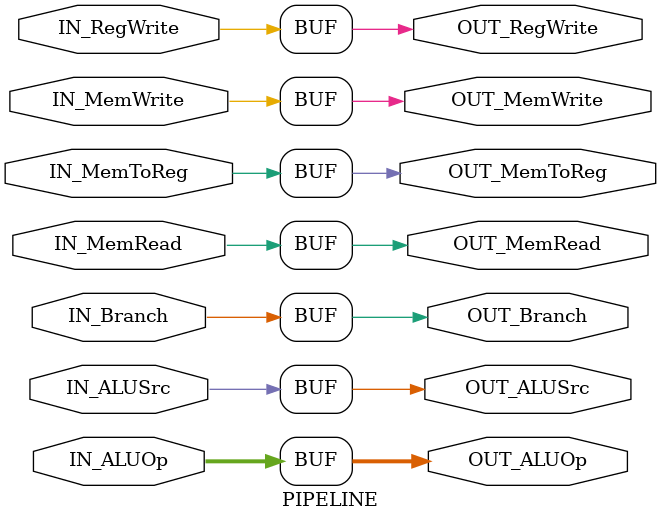
<source format=v>
`timescale 1ns / 1ps
module PIPELINE(
    input[1:0] IN_ALUOp,
    input IN_ALUSrc,
    input IN_Branch,
    input IN_MemRead,
    input IN_MemWrite,
    input IN_RegWrite,
    input IN_MemToReg,
    
    output[1:0] OUT_ALUOp,
    output OUT_ALUSrc,
    output OUT_Branch,
    output OUT_MemRead,
    output OUT_MemWrite,
    output OUT_RegWrite,
    output OUT_MemToReg
    );
    
    assign OUT_ALUOp    = IN_ALUOp;
    assign OUT_ALUSrc   = IN_ALUSrc;
    assign OUT_Branch   = IN_Branch;
    assign OUT_MemRead  = IN_MemRead;
    assign OUT_MemWrite = IN_MemWrite;
    assign OUT_RegWrite = IN_RegWrite;
    assign OUT_MemToReg = IN_MemToReg;
endmodule

</source>
